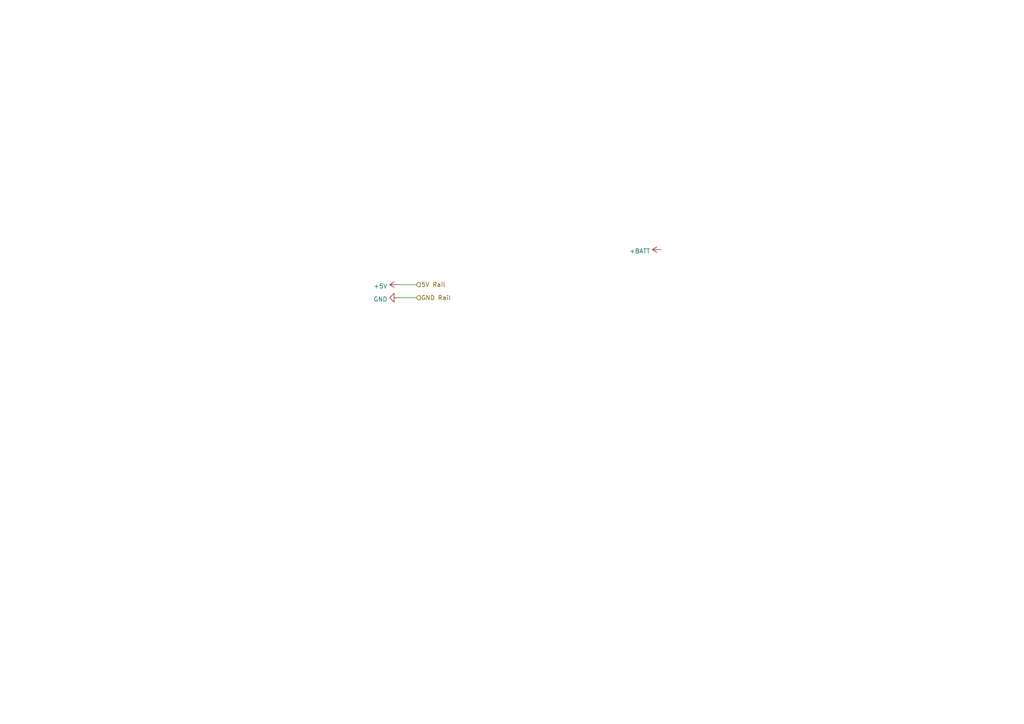
<source format=kicad_sch>
(kicad_sch (version 20211123) (generator eeschema)

  (uuid acd99081-7467-46ee-8cc5-d309e3faa707)

  (paper "A4")

  (lib_symbols
    (symbol "power:+5V" (power) (pin_names (offset 0)) (in_bom yes) (on_board yes)
      (property "Reference" "#PWR" (id 0) (at 0 -3.81 0)
        (effects (font (size 1.27 1.27)) hide)
      )
      (property "Value" "+5V" (id 1) (at 0 3.556 0)
        (effects (font (size 1.27 1.27)))
      )
      (property "Footprint" "" (id 2) (at 0 0 0)
        (effects (font (size 1.27 1.27)) hide)
      )
      (property "Datasheet" "" (id 3) (at 0 0 0)
        (effects (font (size 1.27 1.27)) hide)
      )
      (property "ki_keywords" "power-flag" (id 4) (at 0 0 0)
        (effects (font (size 1.27 1.27)) hide)
      )
      (property "ki_description" "Power symbol creates a global label with name \"+5V\"" (id 5) (at 0 0 0)
        (effects (font (size 1.27 1.27)) hide)
      )
      (symbol "+5V_0_1"
        (polyline
          (pts
            (xy -0.762 1.27)
            (xy 0 2.54)
          )
          (stroke (width 0) (type default) (color 0 0 0 0))
          (fill (type none))
        )
        (polyline
          (pts
            (xy 0 0)
            (xy 0 2.54)
          )
          (stroke (width 0) (type default) (color 0 0 0 0))
          (fill (type none))
        )
        (polyline
          (pts
            (xy 0 2.54)
            (xy 0.762 1.27)
          )
          (stroke (width 0) (type default) (color 0 0 0 0))
          (fill (type none))
        )
      )
      (symbol "+5V_1_1"
        (pin power_in line (at 0 0 90) (length 0) hide
          (name "+5V" (effects (font (size 1.27 1.27))))
          (number "1" (effects (font (size 1.27 1.27))))
        )
      )
    )
    (symbol "power:+BATT" (power) (pin_names (offset 0)) (in_bom yes) (on_board yes)
      (property "Reference" "#PWR" (id 0) (at 0 -3.81 0)
        (effects (font (size 1.27 1.27)) hide)
      )
      (property "Value" "+BATT" (id 1) (at 0 3.556 0)
        (effects (font (size 1.27 1.27)))
      )
      (property "Footprint" "" (id 2) (at 0 0 0)
        (effects (font (size 1.27 1.27)) hide)
      )
      (property "Datasheet" "" (id 3) (at 0 0 0)
        (effects (font (size 1.27 1.27)) hide)
      )
      (property "ki_keywords" "power-flag battery" (id 4) (at 0 0 0)
        (effects (font (size 1.27 1.27)) hide)
      )
      (property "ki_description" "Power symbol creates a global label with name \"+BATT\"" (id 5) (at 0 0 0)
        (effects (font (size 1.27 1.27)) hide)
      )
      (symbol "+BATT_0_1"
        (polyline
          (pts
            (xy -0.762 1.27)
            (xy 0 2.54)
          )
          (stroke (width 0) (type default) (color 0 0 0 0))
          (fill (type none))
        )
        (polyline
          (pts
            (xy 0 0)
            (xy 0 2.54)
          )
          (stroke (width 0) (type default) (color 0 0 0 0))
          (fill (type none))
        )
        (polyline
          (pts
            (xy 0 2.54)
            (xy 0.762 1.27)
          )
          (stroke (width 0) (type default) (color 0 0 0 0))
          (fill (type none))
        )
      )
      (symbol "+BATT_1_1"
        (pin power_in line (at 0 0 90) (length 0) hide
          (name "+BATT" (effects (font (size 1.27 1.27))))
          (number "1" (effects (font (size 1.27 1.27))))
        )
      )
    )
    (symbol "power:GND" (power) (pin_names (offset 0)) (in_bom yes) (on_board yes)
      (property "Reference" "#PWR" (id 0) (at 0 -6.35 0)
        (effects (font (size 1.27 1.27)) hide)
      )
      (property "Value" "GND" (id 1) (at 0 -3.81 0)
        (effects (font (size 1.27 1.27)))
      )
      (property "Footprint" "" (id 2) (at 0 0 0)
        (effects (font (size 1.27 1.27)) hide)
      )
      (property "Datasheet" "" (id 3) (at 0 0 0)
        (effects (font (size 1.27 1.27)) hide)
      )
      (property "ki_keywords" "power-flag" (id 4) (at 0 0 0)
        (effects (font (size 1.27 1.27)) hide)
      )
      (property "ki_description" "Power symbol creates a global label with name \"GND\" , ground" (id 5) (at 0 0 0)
        (effects (font (size 1.27 1.27)) hide)
      )
      (symbol "GND_0_1"
        (polyline
          (pts
            (xy 0 0)
            (xy 0 -1.27)
            (xy 1.27 -1.27)
            (xy 0 -2.54)
            (xy -1.27 -1.27)
            (xy 0 -1.27)
          )
          (stroke (width 0) (type default) (color 0 0 0 0))
          (fill (type none))
        )
      )
      (symbol "GND_1_1"
        (pin power_in line (at 0 0 270) (length 0) hide
          (name "GND" (effects (font (size 1.27 1.27))))
          (number "1" (effects (font (size 1.27 1.27))))
        )
      )
    )
  )


  (wire (pts (xy 115.57 86.36) (xy 120.65 86.36))
    (stroke (width 0) (type default) (color 0 0 0 0))
    (uuid abffb23e-9d39-459e-8882-5c6aeddda660)
  )
  (wire (pts (xy 115.57 82.55) (xy 120.65 82.55))
    (stroke (width 0) (type default) (color 0 0 0 0))
    (uuid afad7891-8651-4498-9b37-060686dfbd4a)
  )

  (hierarchical_label "5V Rail" (shape input) (at 120.65 82.55 0)
    (effects (font (size 1.27 1.27)) (justify left))
    (uuid 0ba347c7-5c53-42a1-b3b0-1df6b991a4c8)
  )
  (hierarchical_label "GND Rail" (shape input) (at 120.65 86.36 0)
    (effects (font (size 1.27 1.27)) (justify left))
    (uuid 11fce8cf-c87b-4786-b59b-c9f382aaecd1)
  )

  (symbol (lib_id "power:GND") (at 115.57 86.36 270) (unit 1)
    (in_bom yes) (on_board yes) (fields_autoplaced)
    (uuid 4e37068e-37e0-448d-bc61-a517bb70938d)
    (property "Reference" "#PWR?" (id 0) (at 109.22 86.36 0)
      (effects (font (size 1.27 1.27)) hide)
    )
    (property "Value" "GND" (id 1) (at 112.3951 86.7938 90)
      (effects (font (size 1.27 1.27)) (justify right))
    )
    (property "Footprint" "" (id 2) (at 115.57 86.36 0)
      (effects (font (size 1.27 1.27)) hide)
    )
    (property "Datasheet" "" (id 3) (at 115.57 86.36 0)
      (effects (font (size 1.27 1.27)) hide)
    )
    (pin "1" (uuid 6481279d-b3a3-4da8-a9d5-791a13e427ac))
  )

  (symbol (lib_id "power:+BATT") (at 191.77 72.39 90) (unit 1)
    (in_bom yes) (on_board yes) (fields_autoplaced)
    (uuid 83d0aa6e-66d3-4ec2-afd2-fea9f71f0750)
    (property "Reference" "#PWR?" (id 0) (at 195.58 72.39 0)
      (effects (font (size 1.27 1.27)) hide)
    )
    (property "Value" "+BATT" (id 1) (at 188.595 72.8238 90)
      (effects (font (size 1.27 1.27)) (justify left))
    )
    (property "Footprint" "" (id 2) (at 191.77 72.39 0)
      (effects (font (size 1.27 1.27)) hide)
    )
    (property "Datasheet" "" (id 3) (at 191.77 72.39 0)
      (effects (font (size 1.27 1.27)) hide)
    )
    (pin "1" (uuid 95487c3a-5611-4642-8ee4-79d4e8182793))
  )

  (symbol (lib_id "power:+5V") (at 115.57 82.55 90) (unit 1)
    (in_bom yes) (on_board yes) (fields_autoplaced)
    (uuid ca38ea77-ebbd-4ae0-be18-474125852d96)
    (property "Reference" "#PWR?" (id 0) (at 119.38 82.55 0)
      (effects (font (size 1.27 1.27)) hide)
    )
    (property "Value" "+5V" (id 1) (at 112.3951 82.9838 90)
      (effects (font (size 1.27 1.27)) (justify left))
    )
    (property "Footprint" "" (id 2) (at 115.57 82.55 0)
      (effects (font (size 1.27 1.27)) hide)
    )
    (property "Datasheet" "" (id 3) (at 115.57 82.55 0)
      (effects (font (size 1.27 1.27)) hide)
    )
    (pin "1" (uuid abae2207-8368-42e6-b526-37e90453997e))
  )
)

</source>
